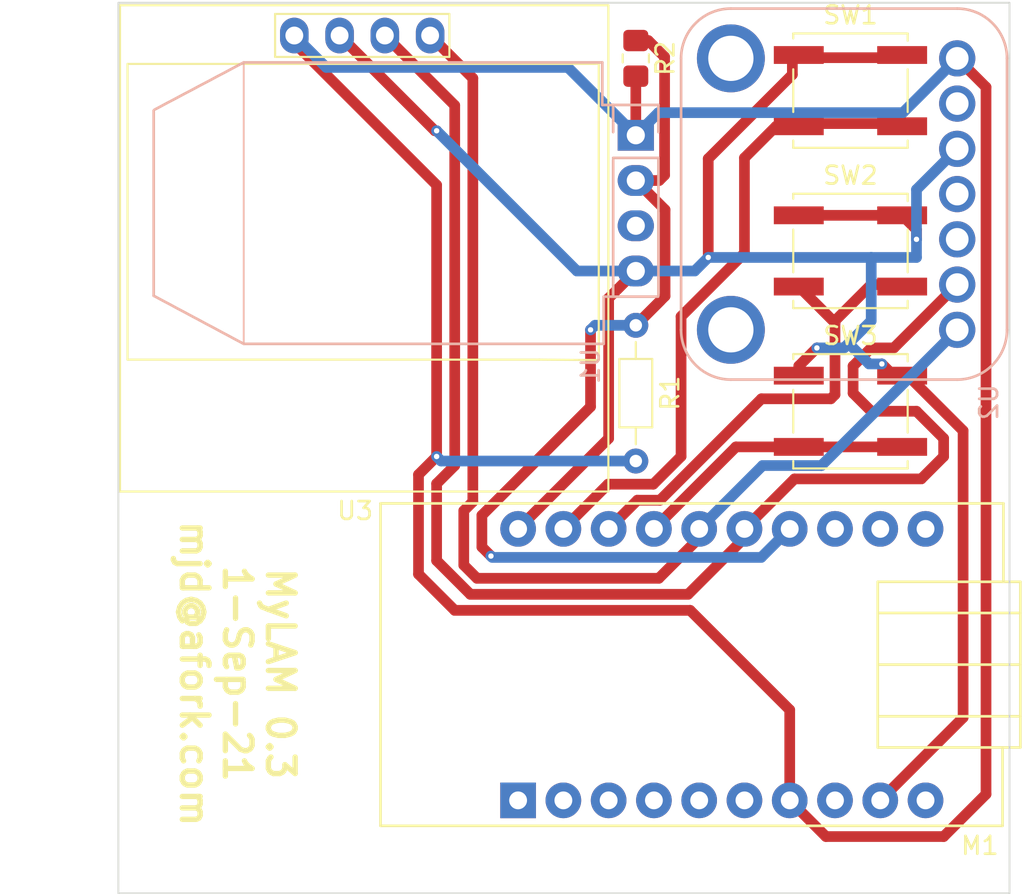
<source format=kicad_pcb>
(kicad_pcb (version 20210722) (generator pcbnew)
  (layers (0 "F.Cu" signal) (31 "B.Cu" signal) (34 "B.Paste" user) (35 "F.Paste" user) (36 "B.SilkS" user "B.Silkscreen") (37 "F.SilkS" user "F.Silkscreen") (38 "B.Mask" user) (39 "F.Mask" user) (44 "Edge.Cuts" user))
  (net 0 "")
  (net 1 "Net-(BAT1-Pad1)")
  (net 2 "GND")
  (net 3 "Net-(M1-Pad14)")
  (net 4 "+3V3")
  (net 5 "Net-(M1-Pad19)")
  (net 6 "Net-(M1-Pad18)")
  (net 7 "Net-(M1-Pad17)")
  (net 8 "Net-(M1-Pad6)")
  (net 9 "Net-(M1-Pad5)")
  (net 10 "Net-(M1-Pad4)")
  (net 11 "Net-(M1-Pad13)")
  (net 12 "Net-(M1-Pad12)")
  (net 13 "SDA")
  (net 14 "SCL")
  (net 15 "Net-(M1-Pad11)")
  (net 16 "Net-(M1-Pad1)")
  (net 17 "Net-(M1-Pad2)")
  (net 18 "Net-(M1-Pad3)")
  (net 19 "Net-(M1-Pad8)")
  (footprint "Button_Switch_SMD:SW_Push_1P1T_NO_CK_KSC6xxJ" (layer "F.Cu") (at 141.076 122.936 180)
    (fp_text reference "SW3" (at 0 4.24 180) (layer "F.SilkS"))
    (fp_text value "SW_Push")
    (fp_line (start -3.21 3.21) (end 3.21 3.21) (layer "F.SilkS") (width 0.12))
    (fp_line (start 3.21 -2.8) (end 3.21 -3.21) (layer "F.SilkS") (width 0.12))
    (fp_line (start 3.21 1.2) (end 3.21 -1.2) (layer "F.SilkS") (width 0.12))
    (fp_line (start -3.21 -3.21) (end -3.21 -2.8) (layer "F.SilkS") (width 0.12))
    (fp_line (start 3.21 -3.21) (end -3.21 -3.21) (layer "F.SilkS") (width 0.12))
    (fp_line (start -3.21 2.8) (end -3.21 3.21) (layer "F.SilkS") (width 0.12))
    (fp_line (start -3.21 -1.2) (end -3.21 1.2) (layer "F.SilkS") (width 0.12))
    (fp_line (start 3.21 3.21) (end 3.21 2.93) (layer "F.SilkS") (width 0.12))
    (pad "1" smd rect locked (at -2.9 -2 180) (size 2.8 1) (layers "F.Cu" "F.Paste" "F.Mask") (net 7 "Net-(M1-Pad17)"))
    (pad "1" smd rect locked (at 2.9 -2 180) (size 2.8 1) (layers "F.Cu" "F.Paste" "F.Mask") (net 7 "Net-(M1-Pad17)"))
    (pad "2" smd rect locked (at -2.9 2 180) (size 2.8 1) (layers "F.Cu" "F.Paste" "F.Mask") (net 2 "GND"))
    (pad "2" smd rect locked (at 2.9 2 180) (size 2.8 1) (layers "F.Cu" "F.Paste" "F.Mask") (net 2 "GND"))
  )
  (footprint "Button_Switch_SMD:SW_Push_1P1T_NO_CK_KSC6xxJ" (layer "F.Cu") (at 141.076 113.936 180)
    (fp_text reference "SW2" (at 0 4.24 180) (layer "F.SilkS"))
    (fp_text value "SW_Push")
    (fp_line (start -3.21 -1.2) (end -3.21 1.2) (layer "F.SilkS") (width 0.12))
    (fp_line (start -3.21 -3.21) (end -3.21 -2.8) (layer "F.SilkS") (width 0.12))
    (fp_line (start 3.21 -3.21) (end -3.21 -3.21) (layer "F.SilkS") (width 0.12))
    (fp_line (start 3.21 3.21) (end 3.21 2.93) (layer "F.SilkS") (width 0.12))
    (fp_line (start -3.21 2.8) (end -3.21 3.21) (layer "F.SilkS") (width 0.12))
    (fp_line (start 3.21 -2.8) (end 3.21 -3.21) (layer "F.SilkS") (width 0.12))
    (fp_line (start -3.21 3.21) (end 3.21 3.21) (layer "F.SilkS") (width 0.12))
    (fp_line (start 3.21 1.2) (end 3.21 -1.2) (layer "F.SilkS") (width 0.12))
    (pad "1" smd rect locked (at -2.9 -2 180) (size 2.8 1) (layers "F.Cu" "F.Paste" "F.Mask") (net 6 "Net-(M1-Pad18)"))
    (pad "1" smd rect locked (at 2.9 -2 180) (size 2.8 1) (layers "F.Cu" "F.Paste" "F.Mask") (net 6 "Net-(M1-Pad18)"))
    (pad "2" smd rect locked (at 2.9 2 180) (size 2.8 1) (layers "F.Cu" "F.Paste" "F.Mask") (net 2 "GND"))
    (pad "2" smd rect locked (at -2.9 2 180) (size 2.8 1) (layers "F.Cu" "F.Paste" "F.Mask") (net 2 "GND"))
  )
  (footprint "mylam:TINYPICO" (layer "F.Cu") (at 132.08 137.16 90)
    (fp_text reference "M1" (at -10.16 16.256 180) (layer "F.SilkS"))
    (fp_text value "TINYPICO")
    (fp_line (start -9.05 -17.3712) (end -9.05 17.5288) (layer "F.SilkS") (width 0.15))
    (fp_line (start -4.65 10.5288) (end -4.65 17.5288) (layer "F.SilkS") (width 0.15))
    (fp_line (start 4.65 10.5288) (end -4.65 10.5288) (layer "F.SilkS") (width 0.15))
    (fp_line (start 2.9 10.5288) (end 2.9 18.5288) (layer "F.SilkS") (width 0.15))
    (fp_line (start 9.05 -17.3712) (end -9.05 -17.3712) (layer "F.SilkS") (width 0.15))
    (fp_line (start -2.9 18.5288) (end -2.9 10.5288) (layer "F.SilkS") (width 0.15))
    (fp_line (start 4.65 18.5288) (end 4.65 17.5788) (layer "F.SilkS") (width 0.15))
    (fp_line (start -4.65 17.5288) (end -4.65 18.5288) (layer "F.SilkS") (width 0.15))
    (fp_line (start -4.65 18.5288) (end 4.65 18.5288) (layer "F.SilkS") (width 0.15))
    (fp_line (start 9.05 -17.3712) (end 9.05 17.5788) (layer "F.SilkS") (width 0.15))
    (fp_line (start 4.65 17.5788) (end 4.65 10.5288) (layer "F.SilkS") (width 0.15))
    (fp_line (start -9.05 17.5288) (end -4.65 17.5288) (layer "F.SilkS") (width 0.15))
    (fp_line (start 0 18.5288) (end 0 10.5288) (layer "F.SilkS") (width 0.15))
    (fp_line (start 4.65 17.5788) (end 9.05 17.5788) (layer "F.SilkS") (width 0.15))
    (pad "1" thru_hole rect locked (at -7.62 -9.652 270) (size 2 2) (drill 1) (layers *.Cu *.Mask) (net 16 "Net-(M1-Pad1)"))
    (pad "2" thru_hole circle locked (at -7.62 -7.112 270) (size 2 2) (drill 1) (layers *.Cu *.Mask) (net 17 "Net-(M1-Pad2)"))
    (pad "3" thru_hole circle locked (at -7.62 -4.572 270) (size 2 2) (drill 1) (layers *.Cu *.Mask) (net 18 "Net-(M1-Pad3)"))
    (pad "4" thru_hole circle locked (at -7.62 -2.032 270) (size 2 2) (drill 1) (layers *.Cu *.Mask) (net 10 "Net-(M1-Pad4)"))
    (pad "5" thru_hole circle locked (at -7.62 0.508 270) (size 2 2) (drill 1) (layers *.Cu *.Mask) (net 9 "Net-(M1-Pad5)"))
    (pad "6" thru_hole circle locked (at -7.62 3.048 270) (size 2 2) (drill 1) (layers *.Cu *.Mask) (net 8 "Net-(M1-Pad6)"))
    (pad "7" thru_hole circle locked (at -7.62 5.588 270) (size 2 2) (drill 1) (layers *.Cu *.Mask) (net 4 "+3V3"))
    (pad "8" thru_hole circle locked (at -7.62 8.128 270) (size 2 2) (drill 1) (layers *.Cu *.Mask) (net 19 "Net-(M1-Pad8)"))
    (pad "9" thru_hole circle locked (at -7.62 10.668 270) (size 2 2) (drill 1) (layers *.Cu *.Mask) (net 2 "GND"))
    (pad "10" thru_hole circle locked (at -7.62 13.208 270) (size 2 2) (drill 1) (layers *.Cu *.Mask) (net 1 "Net-(BAT1-Pad1)"))
    (pad "11" thru_hole circle locked (at 7.62 13.208 270) (size 2 2) (drill 1) (layers *.Cu *.Mask) (net 15 "Net-(M1-Pad11)"))
    (pad "12" thru_hole circle locked (at 7.62 10.668 270) (size 2 2) (drill 1) (layers *.Cu *.Mask) (net 12 "Net-(M1-Pad12)"))
    (pad "13" thru_hole circle locked (at 7.62 8.128 270) (size 2 2) (drill 1) (layers *.Cu *.Mask) (net 11 "Net-(M1-Pad13)"))
    (pad "14" thru_hole circle locked (at 7.62 5.588 270) (size 2 2) (drill 1) (layers *.Cu *.Mask) (net 3 "Net-(M1-Pad14)"))
    (pad "15" thru_hole circle locked (at 7.62 3.048 270) (size 2 2) (drill 1) (layers *.Cu *.Mask) (net 14 "SCL"))
    (pad "16" thru_hole circle locked (at 7.62 0.508 270) (size 2 2) (drill 1) (layers *.Cu *.Mask) (net 13 "SDA"))
    (pad "17" thru_hole circle locked (at 7.62 -2.032 270) (size 2 2) (drill 1) (layers *.Cu *.Mask) (net 7 "Net-(M1-Pad17)"))
    (pad "18" thru_hole circle locked (at 7.62 -4.572 270) (size 2 2) (drill 1) (layers *.Cu *.Mask) (net 6 "Net-(M1-Pad18)"))
    (pad "19" thru_hole circle locked (at 7.62 -7.112 270) (size 2 2) (drill 1) (layers *.Cu *.Mask) (net 5 "Net-(M1-Pad19)"))
    (pad "20" thru_hole circle locked (at 7.62 -9.652 270) (size 2 2) (drill 1) (layers *.Cu *.Mask) (net 2 "GND"))
  )
  (footprint "Button_Switch_SMD:SW_Push_1P1T_NO_CK_KSC6xxJ" (layer "F.Cu") (at 141.076 104.936 180)
    (fp_text reference "SW1" (at 0 4.24 180) (layer "F.SilkS"))
    (fp_text value "SW_Push")
    (fp_line (start 3.21 1.2) (end 3.21 -1.2) (layer "F.SilkS") (width 0.12))
    (fp_line (start 3.21 -2.8) (end 3.21 -3.21) (layer "F.SilkS") (width 0.12))
    (fp_line (start -3.21 2.8) (end -3.21 3.21) (layer "F.SilkS") (width 0.12))
    (fp_line (start -3.21 -3.21) (end -3.21 -2.8) (layer "F.SilkS") (width 0.12))
    (fp_line (start 3.21 3.21) (end 3.21 2.93) (layer "F.SilkS") (width 0.12))
    (fp_line (start -3.21 -1.2) (end -3.21 1.2) (layer "F.SilkS") (width 0.12))
    (fp_line (start 3.21 -3.21) (end -3.21 -3.21) (layer "F.SilkS") (width 0.12))
    (fp_line (start -3.21 3.21) (end 3.21 3.21) (layer "F.SilkS") (width 0.12))
    (pad "1" smd rect locked (at -2.9 -2 180) (size 2.8 1) (layers "F.Cu" "F.Paste" "F.Mask") (net 5 "Net-(M1-Pad19)"))
    (pad "1" smd rect locked (at 2.9 -2 180) (size 2.8 1) (layers "F.Cu" "F.Paste" "F.Mask") (net 5 "Net-(M1-Pad19)"))
    (pad "2" smd rect locked (at 2.9 2 180) (size 2.8 1) (layers "F.Cu" "F.Paste" "F.Mask") (net 2 "GND"))
    (pad "2" smd rect locked (at -2.9 2 180) (size 2.8 1) (layers "F.Cu" "F.Paste" "F.Mask") (net 2 "GND"))
  )
  (footprint "Resistor_THT:R_Axial_DIN0204_L3.6mm_D1.6mm_P7.62mm_Horizontal" (layer "F.Cu") (at 129.032 118.11 -90)
    (fp_text reference "R1" (at 3.81 -1.92 90) (layer "F.SilkS"))
    (fp_text value "10K")
    (fp_line (start 5.73 0.92) (end 5.73 -0.92) (layer "F.SilkS") (width 0.12))
    (fp_line (start 1.89 0.92) (end 5.73 0.92) (layer "F.SilkS") (width 0.12))
    (fp_line (start 0.94 0) (end 1.89 0) (layer "F.SilkS") (width 0.12))
    (fp_line (start 6.68 0) (end 5.73 0) (layer "F.SilkS") (width 0.12))
    (fp_line (start 5.73 -0.92) (end 1.89 -0.92) (layer "F.SilkS") (width 0.12))
    (fp_line (start 1.89 -0.92) (end 1.89 0.92) (layer "F.SilkS") (width 0.12))
    (pad "1" thru_hole circle locked (at 0 0 270) (size 1.4 1.4) (drill 0.7) (layers *.Cu *.Mask) (net 3 "Net-(M1-Pad14)"))
    (pad "2" thru_hole oval locked (at 7.62 0 270) (size 1.4 1.4) (drill 0.7) (layers *.Cu *.Mask) (net 4 "+3V3"))
  )
  (footprint "mylam:128x64OLED" (layer "F.Cu") (at 113.492 112.442)
    (fp_text reference "U3" (at -0.208 16.082) (layer "F.SilkS"))
    (fp_text value "SSD1306_OLED_128x32-sensors")
    (fp_line (start 10.122 -9.005) (end 13.208 -9.005) (layer "F.SilkS") (width 0.12))
    (fp_line (start -12.978 7.595) (end -12.978 -9.005) (layer "F.SilkS") (width 0.12))
    (fp_line (start 10.122 7.595) (end 13.462 7.62) (layer "F.SilkS") (width 0.12))
    (fp_line (start -4.699 -11.811) (end 5.08 -11.811) (layer "F.SilkS") (width 0.12))
    (fp_line (start 5.08 -11.811) (end 5.08 -9.398) (layer "F.SilkS") (width 0.12))
    (fp_line (start 14 15) (end -13.4 15) (layer "F.SilkS") (width 0.12))
    (fp_line (start -13.4 -12.3) (end 14 -12.3) (layer "F.SilkS") (width 0.12))
    (fp_line (start 13.462 7.62) (end 13.462 -9.017) (layer "F.SilkS") (width 0.12))
    (fp_line (start 10.122 7.595) (end -12.978 7.595) (layer "F.SilkS") (width 0.12))
    (fp_line (start -13.4 15) (end -13.4 -12.3) (layer "F.SilkS") (width 0.12))
    (fp_line (start 14 -12.3) (end 14 15) (layer "F.SilkS") (width 0.12))
    (fp_line (start -12.978 -9.005) (end 10.122 -9.005) (layer "F.SilkS") (width 0.12))
    (fp_line (start 13.462 -9.017) (end 13.208 -9.005) (layer "F.SilkS") (width 0.12))
    (fp_line (start -4.699 -11.811) (end -4.699 -9.398) (layer "F.SilkS") (width 0.12))
    (fp_line (start 5.08 -9.398) (end -4.699 -9.398) (layer "F.SilkS") (width 0.12))
    (pad "1" thru_hole oval (at -3.62 -10.6 90) (size 2 1.6) (drill 1) (layers *.Cu *.Mask) (net 4 "+3V3"))
    (pad "2" thru_hole oval (at -1.08 -10.6 90) (size 2 1.6) (drill 1) (layers *.Cu *.Mask) (net 2 "GND"))
    (pad "3" thru_hole oval (at 1.46 -10.6 90) (size 2 1.6) (drill 1) (layers *.Cu *.Mask) (net 14 "SCL"))
    (pad "4" thru_hole oval (at 4 -10.6 90) (size 2 1.6) (drill 1) (layers *.Cu *.Mask) (net 13 "SDA"))
  )
  (footprint "Resistor_SMD:R_0805_2012Metric_Pad1.20x1.40mm_HandSolder" (layer "F.Cu") (at 129.032 103.124 -90)
    (fp_text reference "R2" (at 0 -1.65 90) (layer "F.SilkS"))
    (fp_text value "10K")
    (fp_line (start -0.227064 -0.735) (end 0.227064 -0.735) (layer "F.SilkS") (width 0.12))
    (fp_line (start -0.227064 0.735) (end 0.227064 0.735) (layer "F.SilkS") (width 0.12))
    (pad "1" smd roundrect locked (at -1 0 270) (size 1.2 1.4) (layers "F.Cu" "F.Paste" "F.Mask") (roundrect_rratio 0.2083333333) (net 3 "Net-(M1-Pad14)"))
    (pad "2" smd roundrect locked (at 1 0 270) (size 1.2 1.4) (layers "F.Cu" "F.Paste" "F.Mask") (roundrect_rratio 0.2083333333) (net 4 "+3V3"))
  )
  (footprint "mylam:DHT22_Temperature_Humidity" (layer "B.Cu") (at 129.032 111.252 -90)
    (fp_text reference "U1" (at 9.144 2.54 90) (layer "B.SilkS") (effects (justify mirror)))
    (fp_text value "DHT22")
    (fp_line (start 5.2 27.05) (end 7.9 22) (layer "B.SilkS") (width 0.15))
    (fp_line (start -7.8994 1.8796) (end -7.9 22) (layer "B.SilkS") (width 0.15))
    (fp_line (start 5.25 1.8) (end 7.9 1.8) (layer "B.SilkS") (width 0.15))
    (fp_line (start -5.5118 1.27) (end -5.5118 1.8796) (layer "B.SilkS") (width 0.15))
    (fp_line (start -2.4384 1.27) (end 5.1816 1.27) (layer "B.SilkS") (width 0.15))
    (fp_line (start -3.9878 1.27) (end -5.5118 1.27) (layer "B.SilkS") (width 0.15))
    (fp_line (start 5.25 1.8) (end 5.25 -1.25) (layer "B.SilkS") (width 0.15))
    (fp_line (start 7.9 1.8) (end 7.9 22) (layer "B.SilkS") (width 0.15))
    (fp_line (start -5.5118 1.8796) (end -7.8994 1.8796) (layer "B.SilkS") (width 0.15))
    (fp_line (start 5.1816 -1.27) (end -2.4384 -1.27) (layer "B.SilkS") (width 0.15))
    (fp_line (start -5.25 27) (end -7.9 22) (layer "B.SilkS") (width 0.15))
    (fp_line (start -5.5118 1.27) (end -5.5118 -1.27) (layer "B.SilkS") (width 0.15))
    (fp_line (start -5.5118 -1.27) (end -3.9878 -1.27) (layer "B.SilkS") (width 0.15))
    (fp_line (start -7.9 22) (end 7.9 22) (layer "B.SilkS") (width 0.1))
    (fp_line (start -2.54 -1.27) (end -2.54 1.27) (layer "B.SilkS") (width 0.15))
    (fp_line (start 5.2 27.05) (end -5.2 27.05) (layer "B.SilkS") (width 0.15))
    (pad "1" thru_hole rect (at -3.81 0 180) (size 2.032 1.7272) (drill 1.016) (layers *.Cu *.Mask) (net 4 "+3V3"))
    (pad "2" thru_hole oval (at -1.27 0 180) (size 2.032 1.7272) (drill 1.016) (layers *.Cu *.Mask) (net 3 "Net-(M1-Pad14)"))
    (pad "3" thru_hole oval (at 1.27 0 180) (size 2.032 1.7272) (drill 1.016) (layers *.Cu *.Mask))
    (pad "4" thru_hole oval (at 3.81 0 180) (size 2.032 1.7272) (drill 1.016) (layers *.Cu *.Mask) (net 2 "GND"))
  )
  (footprint "mylam:VL6180x" (layer "B.Cu") (at 131.826 100.584 -90)
    (fp_text reference "U2" (at 21.844 -17.018 90 unlocked) (layer "B.SilkS") (effects (justify mirror)))
    (fp_text value "VL6180X_Adafruit")
    (fp_line (start 2.54 -18.034) (end 17.78 -18.034) (layer "B.SilkS") (width 0.15))
    (fp_line (start 17.78 0.254) (end 2.54 0.254) (layer "B.SilkS") (width 0.15))
    (fp_line (start 20.574 -15.24) (end 20.574 -2.54) (layer "B.SilkS") (width 0.15))
    (fp_line (start -0.254 -2.54) (end -0.254 -15.24) (layer "B.SilkS") (width 0.15))
    (fp_arc (start 17.78 -2.54) (end 20.574 -2.54) (angle 90) (layer "B.SilkS") (width 0.15))
    (fp_arc (start 17.78 -15.24) (end 17.78 -18.034) (angle 90) (layer "B.SilkS") (width 0.15))
    (fp_arc (start 2.54 -2.54) (end 2.54 0.254) (angle 90) (layer "B.SilkS") (width 0.15))
    (fp_arc (start 2.54 -15.24) (end -0.254 -15.24) (angle 90) (layer "B.SilkS") (width 0.15))
    (pad "" thru_hole circle (at 2.54 -2.54 270) (size 3.81 3.81) (drill 2.54) (layers *.Cu *.Mask))
    (pad "" thru_hole circle (at 17.78 -2.54 270) (size 3.81 3.81) (drill 2.54) (layers *.Cu *.Mask))
    (pad "1" thru_hole circle (at 2.54 -15.24 270) (size 2.032 2.032) (drill 1.27) (layers *.Cu *.Mask) (net 4 "+3V3"))
    (pad "2" thru_hole circle (at 5.08 -15.24 270) (size 2.032 2.032) (drill 1.27) (layers *.Cu *.Mask))
    (pad "3" thru_hole circle (at 7.62 -15.24 270) (size 2.032 2.032) (drill 1.27) (layers *.Cu *.Mask) (net 2 "GND"))
    (pad "4" thru_hole circle (at 10.16 -15.24 270) (size 2.032 2.032) (drill 1.27) (layers *.Cu *.Mask))
    (pad "5" thru_hole circle (at 12.7 -15.24 270) (size 2.032 2.032) (drill 1.27) (layers *.Cu *.Mask))
    (pad "6" thru_hole circle (at 15.24 -15.24 270) (size 2.032 2.032) (drill 1.27) (layers *.Cu *.Mask) (net 14 "SCL"))
    (pad "7" thru_hole circle (at 17.78 -15.24 270) (size 2.032 2.032) (drill 1.27) (layers *.Cu *.Mask) (net 13 "SDA"))
  )
  (gr_rect (start 100 100) (end 150 150) (layer "Edge.Cuts") (width 0.1) (fill none))
  (gr_text "MyLAM 0.3\n1-Sep-21\nmjd@afork.com" (at 106.68 137.668 270) (layer "F.SilkS") (effects (font (size 1.5 1.5) (thickness 0.3))))
  (segment (start 142.748 144.78) (end 147.395511 140.132489) (width 0.6) (layer "F.Cu") (net 2))
  (segment (start 117.758 107.188) (end 117.856 107.188) (width 0.6) (layer "F.Cu") (net 2))
  (segment (start 143.976 120.936) (end 143.494468 120.936) (width 0.6) (layer "F.Cu") (net 2))
  (segment (start 133.096 108.756) (end 133.096 114.3) (width 0.6) (layer "F.Cu") (net 2))
  (segment (start 144.78 112.74) (end 143.976 111.936) (width 0.6) (layer "F.Cu") (net 2))
  (segment (start 147.395511 124.027511) (end 144.272 120.904) (width 0.6) (layer "F.Cu") (net 2))
  (segment (start 147.395511 140.132489) (end 147.395511 124.027511) (width 0.6) (layer "F.Cu") (net 2))
  (segment (start 138.176 111.936) (end 143.976 111.936) (width 0.6) (layer "F.Cu") (net 2))
  (segment (start 144.78 113.284) (end 144.78 112.74) (width 0.6) (layer "F.Cu") (net 2))
  (segment (start 112.412 101.842) (end 117.758 107.188) (width 0.6) (layer "F.Cu") (net 2))
  (segment (start 127.508 124.46) (end 127.508 116.586) (width 0.6) (layer "F.Cu") (net 2))
  (segment (start 122.428 129.54) (end 127.508 124.46) (width 0.6) (layer "F.Cu") (net 2))
  (segment (start 137.816 104.036) (end 133.096 108.756) (width 0.6) (layer "F.Cu") (net 2))
  (segment (start 143.494468 120.936) (end 142.837968 120.2795) (width 0.6) (layer "F.Cu") (net 2))
  (segment (start 144.272 120.904) (end 143.634 120.904) (width 0.6) (layer "F.Cu") (net 2))
  (segment (start 137.816 102.936) (end 137.816 104.036) (width 0.6) (layer "F.Cu") (net 2))
  (segment (start 138.176 120.396) (end 139.192 119.38) (width 0.6) (layer "F.Cu") (net 2))
  (segment (start 137.616 103.086) (end 143.816 103.086) (width 0.6) (layer "F.Cu") (net 2))
  (segment (start 127.508 116.586) (end 129.032 115.062) (width 0.6) (layer "F.Cu") (net 2))
  (segment (start 138.176 120.936) (end 138.176 120.396) (width 0.6) (layer "F.Cu") (net 2))
  (via (at 117.856 107.188) (size 0.6) (drill 0.3) (layers "F.Cu" "B.Cu") (net 2))
  (via (at 144.78 113.284) (size 0.6) (drill 0.3) (layers "F.Cu" "B.Cu") (net 2))
  (via (at 142.837968 120.2795) (size 0.6) (drill 0.3) (layers "F.Cu" "B.Cu") (net 2))
  (via (at 133.096 114.3) (size 0.6) (drill 0.3) (layers "F.Cu" "B.Cu") (net 2))
  (via (at 139.192 119.38) (size 0.6) (drill 0.3) (layers "F.Cu" "B.Cu") (net 2))
  (segment (start 144.78 113.284) (end 144.78 110.49) (width 0.6) (layer "B.Cu") (net 2))
  (segment (start 144.78 114.3) (end 144.78 113.284) (width 0.6) (layer "B.Cu") (net 2))
  (segment (start 142.1235 120.2795) (end 142.837968 120.2795) (width 0.6) (layer "B.Cu") (net 2))
  (segment (start 144.78 110.49) (end 147.066 108.204) (width 0.6) (layer "B.Cu") (net 2))
  (segment (start 142.24 114.3) (end 144.78 114.3) (width 0.6) (layer "B.Cu") (net 2))
  (segment (start 125.73 115.062) (end 117.856 107.188) (width 0.6) (layer "B.Cu") (net 2))
  (segment (start 142.24 114.3) (end 142.24 117.856) (width 0.6) (layer "B.Cu") (net 2))
  (segment (start 140.716 119.38) (end 140.97 119.126) (width 0.6) (layer "B.Cu") (net 2))
  (segment (start 132.334 115.062) (end 133.096 114.3) (width 0.6) (layer "B.Cu") (net 2))
  (segment (start 139.192 119.38) (end 140.716 119.38) (width 0.6) (layer "B.Cu") (net 2))
  (segment (start 129.032 115.062) (end 132.334 115.062) (width 0.6) (layer "B.Cu") (net 2))
  (segment (start 140.97 119.126) (end 142.1235 120.2795) (width 0.6) (layer "B.Cu") (net 2))
  (segment (start 133.096 114.3) (end 142.24 114.3) (width 0.6) (layer "B.Cu") (net 2))
  (segment (start 129.032 115.062) (end 125.73 115.062) (width 0.6) (layer "B.Cu") (net 2))
  (segment (start 142.24 117.856) (end 140.97 119.126) (width 0.6) (layer "B.Cu") (net 2))
  (segment (start 129.032 118.11) (end 130.418489 116.723511) (width 0.6) (layer "F.Cu") (net 3))
  (segment (start 130.672489 116.469511) (end 129.032 118.11) (width 0.6) (layer "F.Cu") (net 3))
  (segment (start 130.647511 103.039511) (end 129.732 102.124) (width 0.6) (layer "F.Cu") (net 3))
  (segment (start 129.732 102.124) (end 129.032 102.124) (width 0.6) (layer "F.Cu") (net 3))
  (segment (start 129.032 109.982) (end 130.672489 111.622489) (width 0.6) (layer "F.Cu") (net 3))
  (segment (start 120.904 131.064) (end 120.396 130.556) (width 0.6) (layer "F.Cu") (net 3))
  (segment (start 130.672489 111.622489) (end 130.672489 116.469511) (width 0.6) (layer "F.Cu") (net 3))
  (segment (start 120.396 130.556) (end 120.396 128.778) (width 0.6) (layer "F.Cu") (net 3))
  (segment (start 130.3432 109.982) (end 130.647511 109.677689) (width 0.6) (layer "F.Cu") (net 3))
  (segment (start 129.032 109.982) (end 130.3432 109.982) (width 0.6) (layer "F.Cu") (net 3))
  (segment (start 130.647511 109.677689) (end 130.647511 103.039511) (width 0.6) (layer "F.Cu") (net 3))
  (segment (start 126.492 122.682) (end 126.492 118.364) (width 0.6) (layer "F.Cu") (net 3))
  (segment (start 120.396 128.778) (end 126.492 122.682) (width 0.6) (layer "F.Cu") (net 3))
  (via (at 126.492 118.364) (size 0.6) (drill 0.3) (layers "F.Cu" "B.Cu") (net 3))
  (via (at 120.904 131.064) (size 0.6) (drill 0.3) (layers "F.Cu" "B.Cu") (net 3))
  (segment (start 136.068489 131.139511) (end 137.668 129.54) (width 0.6) (layer "B.Cu") (net 3))
  (segment (start 120.904 131.064) (end 120.979511 131.139511) (width 0.6) (layer "B.Cu") (net 3))
  (segment (start 129.032 118.11) (end 126.746 118.11) (width 0.6) (layer "B.Cu") (net 3))
  (segment (start 126.746 118.11) (end 126.492 118.364) (width 0.6) (layer "B.Cu") (net 3))
  (segment (start 120.979511 131.139511) (end 136.068489 131.139511) (width 0.6) (layer "B.Cu") (net 3))
  (segment (start 117.856 110.236) (end 109.872 102.252) (width 0.6) (layer "F.Cu") (net 4))
  (segment (start 109.872 102.252) (end 109.872 101.842) (width 0.6) (layer "F.Cu") (net 4))
  (segment (start 137.668 139.7) (end 132.08 134.112) (width 0.6) (layer "F.Cu") (net 4))
  (segment (start 129.032 107.442) (end 129.032 104.124) (width 0.6) (layer "F.Cu") (net 4))
  (segment (start 132.08 134.112) (end 118.872 134.112) (width 0.6) (layer "F.Cu") (net 4))
  (segment (start 117.856 125.476) (end 117.856 110.236) (width 0.6) (layer "F.Cu") (net 4))
  (segment (start 146.304 146.812) (end 139.7 146.812) (width 0.6) (layer "F.Cu") (net 4))
  (segment (start 118.872 134.112) (end 116.84 132.08) (width 0.6) (layer "F.Cu") (net 4))
  (segment (start 139.7 146.812) (end 137.668 144.78) (width 0.6) (layer "F.Cu") (net 4))
  (segment (start 137.668 144.78) (end 137.668 139.7) (width 0.6) (layer "F.Cu") (net 4))
  (segment (start 116.84 132.08) (end 116.84 126.492) (width 0.6) (layer "F.Cu") (net 4))
  (segment (start 148.681511 104.739511) (end 148.681511 144.434489) (width 0.6) (layer "F.Cu") (net 4))
  (segment (start 148.681511 144.434489) (end 146.304 146.812) (width 0.6) (layer "F.Cu") (net 4))
  (segment (start 147.066 103.124) (end 148.681511 104.739511) (width 0.6) (layer "F.Cu") (net 4))
  (segment (start 116.84 126.492) (end 117.856 125.476) (width 0.6) (layer "F.Cu") (net 4))
  (via (at 117.856 125.476) (size 0.6) (drill 0.3) (layers "F.Cu" "B.Cu") (net 4))
  (segment (start 125.222 103.632) (end 129.032 107.442) (width 0.6) (layer "B.Cu") (net 4))
  (segment (start 144.018 106.172) (end 147.066 103.124) (width 0.6) (layer "B.Cu") (net 4))
  (segment (start 129.032 107.442) (end 130.302 106.172) (width 0.6) (layer "B.Cu") (net 4))
  (segment (start 111.662 103.632) (end 125.222 103.632) (width 0.6) (layer "B.Cu") (net 4))
  (segment (start 129.032 125.73) (end 118.11 125.73) (width 0.6) (layer "B.Cu") (net 4))
  (segment (start 109.872 101.842) (end 111.662 103.632) (width 0.6) (layer "B.Cu") (net 4))
  (segment (start 130.302 106.172) (end 144.018 106.172) (width 0.6) (layer "B.Cu") (net 4))
  (segment (start 118.11 125.73) (end 117.856 125.476) (width 0.6) (layer "B.Cu") (net 4))
  (segment (start 130.014289 127.029511) (end 131.572 125.4718) (width 0.6) (layer "F.Cu") (net 5))
  (segment (start 143.816 106.786) (end 137.616 106.786) (width 0.6) (layer "F.Cu") (net 5))
  (segment (start 135.128 108.712) (end 136.904 106.936) (width 0.6) (layer "F.Cu") (net 5))
  (segment (start 131.572 117.616085) (end 135.128 114.060085) (width 0.6) (layer "F.Cu") (net 5))
  (segment (start 131.572 125.4718) (end 131.572 117.616085) (width 0.6) (layer "F.Cu") (net 5))
  (segment (start 135.128 114.060085) (end 135.128 108.712) (width 0.6) (layer "F.Cu") (net 5))
  (segment (start 124.968 129.54) (end 127.478489 127.029511) (width 0.6) (layer "F.Cu") (net 5))
  (segment (start 127.478489 127.029511) (end 130.014289 127.029511) (width 0.6) (layer "F.Cu") (net 5))
  (segment (start 136.904 106.936) (end 137.816 106.936) (width 0.6) (layer "F.Cu") (net 5))
  (segment (start 140.208 117.968) (end 140.208 117.856) (width 0.6) (layer "F.Cu") (net 6))
  (segment (start 143.864 115.824) (end 143.976 115.936) (width 0.6) (layer "F.Cu") (net 6))
  (segment (start 127.508 129.54) (end 129.118979 127.929021) (width 0.6) (layer "F.Cu") (net 6))
  (segment (start 140.208 117.856) (end 142.24 115.824) (width 0.6) (layer "F.Cu") (net 6))
  (segment (start 130.386879 127.929021) (end 136.080389 122.235511) (width 0.6) (layer "F.Cu") (net 6))
  (segment (start 140.208 117.968) (end 138.176 115.936) (width 0.6) (layer "F.Cu") (net 6))
  (segment (start 136.080389 122.235511) (end 139.975511 122.235511) (width 0.6) (layer "F.Cu") (net 6))
  (segment (start 140.208 122.003022) (end 140.208 117.968) (width 0.6) (layer "F.Cu") (net 6))
  (segment (start 142.24 115.824) (end 143.864 115.824) (width 0.6) (layer "F.Cu") (net 6))
  (segment (start 139.975511 122.235511) (end 140.208 122.003022) (width 0.6) (layer "F.Cu") (net 6))
  (segment (start 129.118979 127.929021) (end 130.386879 127.929021) (width 0.6) (layer "F.Cu") (net 6))
  (segment (start 130.048 129.54) (end 134.62 124.968) (width 0.6) (layer "F.Cu") (net 7))
  (segment (start 143.976 124.936) (end 138.176 124.936) (width 0.6) (layer "F.Cu") (net 7))
  (segment (start 134.652 124.936) (end 134.62 124.968) (width 0.6) (layer "F.Cu") (net 7))
  (segment (start 138.176 124.936) (end 134.652 124.936) (width 0.6) (layer "F.Cu") (net 7))
  (segment (start 119.888 128.0139) (end 119.38 128.5219) (width 0.6) (layer "F.Cu") (net 13))
  (segment (start 119.888 104.238) (end 119.888 128.0139) (width 0.6) (layer "F.Cu") (net 13))
  (segment (start 119.38 128.5219) (end 119.38 131.572) (width 0.6) (layer "F.Cu") (net 13))
  (segment (start 130.323022 132.312978) (end 133.096 129.54) (width 0.6) (layer "F.Cu") (net 13))
  (segment (start 117.492 101.842) (end 119.888 104.238) (width 0.6) (layer "F.Cu") (net 13))
  (segment (start 120.120978 132.312978) (end 130.323022 132.312978) (width 0.6) (layer "F.Cu") (net 13))
  (segment (start 119.38 131.572) (end 120.120978 132.312978) (width 0.6) (layer "F.Cu") (net 13))
  (segment (start 147.066 118.364) (end 139.446 125.984) (width 0.6) (layer "B.Cu") (net 13))
  (segment (start 139.446 125.984) (end 136.144 125.984) (width 0.6) (layer "B.Cu") (net 13))
  (segment (start 136.144 125.984) (end 132.588 129.54) (width 0.6) (layer "B.Cu") (net 13))
  (segment (start 117.856 127) (end 118.872 125.984) (width 0.6) (layer "F.Cu") (net 14))
  (segment (start 135.128 130.048) (end 131.963511 133.212489) (width 0.6) (layer "F.Cu") (net 14))
  (segment (start 118.872 105.762) (end 114.952 101.842) (width 0.6) (layer "F.Cu") (net 14))
  (segment (start 142.24 122.936) (end 144.78 122.936) (width 0.6) (layer "F.Cu") (net 14))
  (segment (start 119.748389 133.212489) (end 117.856 131.3201) (width 0.6) (layer "F.Cu") (net 14))
  (segment (start 146.304 124.46) (end 146.304 125.476) (width 0.6) (layer "F.Cu") (net 14))
  (segment (start 135.128 129.54) (end 135.128 130.048) (width 0.6) (layer "F.Cu") (net 14))
  (segment (start 146.304 125.476) (end 145.046499 126.733501) (width 0.6) (layer "F.Cu") (net 14))
  (segment (start 141.224 121.92) (end 142.24 122.936) (width 0.6) (layer "F.Cu") (net 14))
  (segment (start 118.872 125.984) (end 118.872 105.762) (width 0.6) (layer "F.Cu") (net 14))
  (segment (start 145.046499 126.733501) (end 137.934499 126.733501) (width 0.6) (layer "F.Cu") (net 14))
  (segment (start 143.51 119.38) (end 142.24 119.38) (width 0.6) (layer "F.Cu") (net 14))
  (segment (start 131.963511 133.212489) (end 119.748389 133.212489) (width 0.6) (layer "F.Cu") (net 14))
  (segment (start 117.856 131.3201) (end 117.856 127) (width 0.6) (layer "F.Cu") (net 14))
  (segment (start 147.066 115.824) (end 143.51 119.38) (width 0.6) (layer "F.Cu") (net 14))
  (segment (start 142.24 119.38) (end 141.224 120.396) (width 0.6) (layer "F.Cu") (net 14))
  (segment (start 141.224 120.396) (end 141.224 121.92) (width 0.6) (layer "F.Cu") (net 14))
  (segment (start 137.934499 126.733501) (end 135.128 129.54) (width 0.6) (layer "F.Cu") (net 14))
  (segment (start 144.78 122.936) (end 146.304 124.46) (width 0.6) (layer "F.Cu") (net 14))
)
</source>
